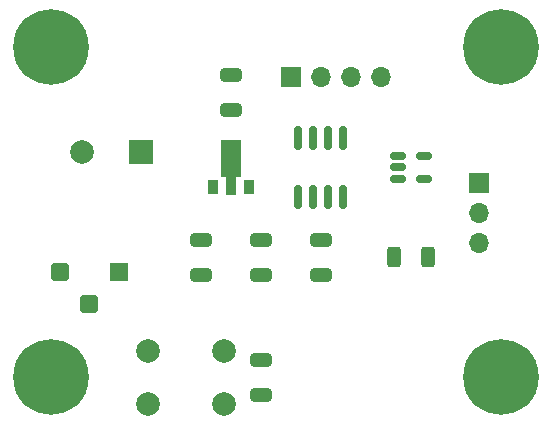
<source format=gts>
%TF.GenerationSoftware,KiCad,Pcbnew,(6.0.8)*%
%TF.CreationDate,2022-12-23T18:43:03+01:00*%
%TF.ProjectId,Neopixel_LED_Star,4e656f70-6978-4656-9c5f-4c45445f5374,rev?*%
%TF.SameCoordinates,Original*%
%TF.FileFunction,Soldermask,Top*%
%TF.FilePolarity,Negative*%
%FSLAX46Y46*%
G04 Gerber Fmt 4.6, Leading zero omitted, Abs format (unit mm)*
G04 Created by KiCad (PCBNEW (6.0.8)) date 2022-12-23 18:43:03*
%MOMM*%
%LPD*%
G01*
G04 APERTURE LIST*
G04 Aperture macros list*
%AMRoundRect*
0 Rectangle with rounded corners*
0 $1 Rounding radius*
0 $2 $3 $4 $5 $6 $7 $8 $9 X,Y pos of 4 corners*
0 Add a 4 corners polygon primitive as box body*
4,1,4,$2,$3,$4,$5,$6,$7,$8,$9,$2,$3,0*
0 Add four circle primitives for the rounded corners*
1,1,$1+$1,$2,$3*
1,1,$1+$1,$4,$5*
1,1,$1+$1,$6,$7*
1,1,$1+$1,$8,$9*
0 Add four rect primitives between the rounded corners*
20,1,$1+$1,$2,$3,$4,$5,0*
20,1,$1+$1,$4,$5,$6,$7,0*
20,1,$1+$1,$6,$7,$8,$9,0*
20,1,$1+$1,$8,$9,$2,$3,0*%
%AMFreePoly0*
4,1,9,3.862500,-0.866500,0.737500,-0.866500,0.737500,-0.450000,-0.737500,-0.450000,-0.737500,0.450000,0.737500,0.450000,0.737500,0.866500,3.862500,0.866500,3.862500,-0.866500,3.862500,-0.866500,$1*%
G04 Aperture macros list end*
%ADD10RoundRect,0.250000X-0.650000X0.325000X-0.650000X-0.325000X0.650000X-0.325000X0.650000X0.325000X0*%
%ADD11C,6.400000*%
%ADD12RoundRect,0.150000X-0.512500X-0.150000X0.512500X-0.150000X0.512500X0.150000X-0.512500X0.150000X0*%
%ADD13C,2.000000*%
%ADD14R,1.700000X1.700000*%
%ADD15O,1.700000X1.700000*%
%ADD16RoundRect,0.150000X0.150000X-0.825000X0.150000X0.825000X-0.150000X0.825000X-0.150000X-0.825000X0*%
%ADD17RoundRect,0.250000X-0.312500X-0.625000X0.312500X-0.625000X0.312500X0.625000X-0.312500X0.625000X0*%
%ADD18R,0.900000X1.300000*%
%ADD19FreePoly0,90.000000*%
%ADD20R,1.600000X1.600000*%
%ADD21RoundRect,0.400000X-0.400000X-0.400000X0.400000X-0.400000X0.400000X0.400000X-0.400000X0.400000X0*%
%ADD22RoundRect,0.250000X0.650000X-0.325000X0.650000X0.325000X-0.650000X0.325000X-0.650000X-0.325000X0*%
%ADD23R,2.000000X2.000000*%
G04 APERTURE END LIST*
D10*
%TO.C,C5*%
X149860000Y-89965000D03*
X149860000Y-92915000D03*
%TD*%
D11*
%TO.C,REF\u002A\u002A*%
X127000000Y-101600000D03*
%TD*%
D12*
%TO.C,U3*%
X156342500Y-82870000D03*
X156342500Y-83820000D03*
X156342500Y-84770000D03*
X158617500Y-84770000D03*
X158617500Y-82870000D03*
%TD*%
D13*
%TO.C,SW1*%
X141680000Y-99350000D03*
X135180000Y-99350000D03*
X141680000Y-103850000D03*
X135180000Y-103850000D03*
%TD*%
D11*
%TO.C,REF\u002A\u002A*%
X165100000Y-101600000D03*
%TD*%
%TO.C,REF\u002A\u002A*%
X165100000Y-73660000D03*
%TD*%
D14*
%TO.C,J2*%
X163265000Y-85170000D03*
D15*
X163265000Y-87710000D03*
X163265000Y-90250000D03*
%TD*%
D16*
%TO.C,U2*%
X147955000Y-86295000D03*
X149225000Y-86295000D03*
X150495000Y-86295000D03*
X151765000Y-86295000D03*
X151765000Y-81345000D03*
X150495000Y-81345000D03*
X149225000Y-81345000D03*
X147955000Y-81345000D03*
%TD*%
D10*
%TO.C,C6*%
X144780000Y-100125000D03*
X144780000Y-103075000D03*
%TD*%
D17*
%TO.C,R1*%
X156017500Y-91440000D03*
X158942500Y-91440000D03*
%TD*%
D10*
%TO.C,C3*%
X139700000Y-89965000D03*
X139700000Y-92915000D03*
%TD*%
D18*
%TO.C,U1*%
X140740000Y-85470000D03*
D19*
X142240000Y-85382500D03*
D18*
X143740000Y-85470000D03*
%TD*%
D20*
%TO.C,J1*%
X132797000Y-92710000D03*
D21*
X127797000Y-92710000D03*
X130197000Y-95410000D03*
%TD*%
D10*
%TO.C,C4*%
X144780000Y-89965000D03*
X144780000Y-92915000D03*
%TD*%
D14*
%TO.C,J3*%
X147320000Y-76200000D03*
D15*
X149860000Y-76200000D03*
X152400000Y-76200000D03*
X154940000Y-76200000D03*
%TD*%
D22*
%TO.C,C2*%
X142240000Y-78945000D03*
X142240000Y-75995000D03*
%TD*%
D11*
%TO.C,REF\u002A\u002A*%
X127000000Y-73660000D03*
%TD*%
D23*
%TO.C,C1*%
X134620000Y-82550000D03*
D13*
X129620000Y-82550000D03*
%TD*%
M02*

</source>
